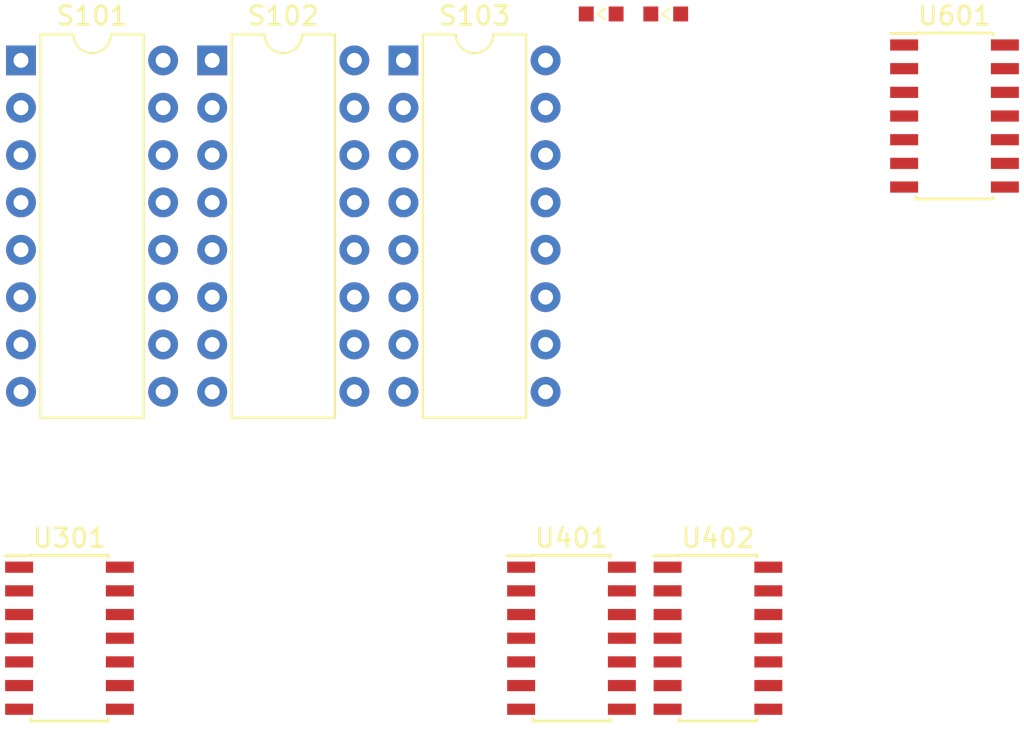
<source format=kicad_pcb>
(kicad_pcb (version 4) (host pcbnew 4.0.5+dfsg1-4)

  (general
    (links 40)
    (no_connects 40)
    (area 0 0 0 0)
    (thickness 1.6)
    (drawings 0)
    (tracks 0)
    (zones 0)
    (modules 9)
    (nets 20)
  )

  (page A4)
  (layers
    (0 F.Cu signal)
    (31 B.Cu signal)
    (32 B.Adhes user)
    (33 F.Adhes user)
    (34 B.Paste user)
    (35 F.Paste user)
    (36 B.SilkS user)
    (37 F.SilkS user)
    (38 B.Mask user)
    (39 F.Mask user)
    (40 Dwgs.User user)
    (41 Cmts.User user)
    (42 Eco1.User user)
    (43 Eco2.User user)
    (44 Edge.Cuts user)
    (45 Margin user)
    (46 B.CrtYd user)
    (47 F.CrtYd user)
    (48 B.Fab user)
    (49 F.Fab user)
  )

  (setup
    (last_trace_width 0.25)
    (trace_clearance 0.2)
    (zone_clearance 0.508)
    (zone_45_only no)
    (trace_min 0.2)
    (segment_width 0.2)
    (edge_width 0.1)
    (via_size 0.6)
    (via_drill 0.4)
    (via_min_size 0.4)
    (via_min_drill 0.3)
    (uvia_size 0.3)
    (uvia_drill 0.1)
    (uvias_allowed no)
    (uvia_min_size 0.2)
    (uvia_min_drill 0.1)
    (pcb_text_width 0.3)
    (pcb_text_size 1.5 1.5)
    (mod_edge_width 0.15)
    (mod_text_size 1 1)
    (mod_text_width 0.15)
    (pad_size 1.5 1.5)
    (pad_drill 0.6)
    (pad_to_mask_clearance 0)
    (aux_axis_origin 0 0)
    (visible_elements FFFFFF7F)
    (pcbplotparams
      (layerselection 0x00030_80000001)
      (usegerberextensions false)
      (excludeedgelayer true)
      (linewidth 0.100000)
      (plotframeref false)
      (viasonmask false)
      (mode 1)
      (useauxorigin false)
      (hpglpennumber 1)
      (hpglpenspeed 20)
      (hpglpendiameter 15)
      (hpglpenoverlay 2)
      (psnegative false)
      (psa4output false)
      (plotreference true)
      (plotvalue true)
      (plotinvisibletext false)
      (padsonsilk false)
      (subtractmaskfromsilk false)
      (outputformat 1)
      (mirror false)
      (drillshape 1)
      (scaleselection 1)
      (outputdirectory ""))
  )

  (net 0 "")
  (net 1 /K)
  (net 2 GND)
  (net 3 /S)
  (net 4 VCC)
  (net 5 /A1)
  (net 6 /A0)
  (net 7 /B1)
  (net 8 /B0)
  (net 9 /SUB)
  (net 10 /C0)
  (net 11 /bit0/bit0/adder/B)
  (net 12 /bit0/bit0/adder/AxorB)
  (net 13 /bit0/bit1/adder/B)
  (net 14 /bit0/bit0/adder/AxorBandC)
  (net 15 /bit0/bit0/adder/AandB)
  (net 16 /bit0/bit1/adder/AxorBandC)
  (net 17 /bit0/bit1/adder/AxorB)
  (net 18 /bit0/bit1/C_IN)
  (net 19 /bit0/bit1/adder/AandB)

  (net_class Default "This is the default net class."
    (clearance 0.2)
    (trace_width 0.25)
    (via_dia 0.6)
    (via_drill 0.4)
    (uvia_dia 0.3)
    (uvia_drill 0.1)
    (add_net /A0)
    (add_net /A1)
    (add_net /B0)
    (add_net /B1)
    (add_net /C0)
    (add_net /K)
    (add_net /S)
    (add_net /SUB)
    (add_net /bit0/bit0/adder/AandB)
    (add_net /bit0/bit0/adder/AxorB)
    (add_net /bit0/bit0/adder/AxorBandC)
    (add_net /bit0/bit0/adder/B)
    (add_net /bit0/bit1/C_IN)
    (add_net /bit0/bit1/adder/AandB)
    (add_net /bit0/bit1/adder/AxorB)
    (add_net /bit0/bit1/adder/AxorBandC)
    (add_net /bit0/bit1/adder/B)
    (add_net GND)
    (add_net VCC)
  )

  (module KwanSystems:D_0603 (layer F.Cu) (tedit 59096247) (tstamp 59710082)
    (at 212.815801 47.712601)
    (descr "LED 0603 smd package")
    (tags "LED led 0603 SMD smd SMT smt smdled SMDLED smtled SMTLED")
    (path /5970F37E)
    (attr smd)
    (fp_text reference D101 (at 1.2 -0.5) (layer F.Fab)
      (effects (font (size 0.2 0.2) (thickness 0.015)))
    )
    (fp_text value K (at 1.1 0.5) (layer F.Fab)
      (effects (font (size 0.2 0.2) (thickness 0.015)))
    )
    (fp_line (start -0.2 0) (end 0.2 -0.3) (layer F.SilkS) (width 0.1))
    (fp_line (start 0.2 0.3) (end -0.2 0) (layer F.SilkS) (width 0.1))
    (fp_line (start 0.8 0.4) (end -0.8 0.4) (layer F.Fab) (width 0.1))
    (fp_line (start 0.8 -0.4) (end 0.8 0.4) (layer F.Fab) (width 0.1))
    (fp_line (start -0.8 -0.4) (end 0.8 -0.4) (layer F.Fab) (width 0.1))
    (fp_line (start -0.8 0.4) (end -0.8 -0.4) (layer F.Fab) (width 0.1))
    (fp_line (start 1.45 -0.65) (end 1.45 0.65) (layer F.CrtYd) (width 0.05))
    (fp_line (start 1.45 0.65) (end -1.45 0.65) (layer F.CrtYd) (width 0.05))
    (fp_line (start -1.45 0.65) (end -1.45 -0.65) (layer F.CrtYd) (width 0.05))
    (fp_line (start -1.45 -0.65) (end 1.45 -0.65) (layer F.CrtYd) (width 0.05))
    (pad 2 smd rect (at 0.8 0 180) (size 0.8 0.8) (layers F.Cu F.Paste F.Mask)
      (net 1 /K))
    (pad 1 smd rect (at -0.8 0 180) (size 0.8 0.8) (layers F.Cu F.Paste F.Mask)
      (net 2 GND))
    (model LEDs.3dshapes/LED_0603.wrl
      (at (xyz 0 0 0))
      (scale (xyz 1 1 1))
      (rotate (xyz 0 0 180))
    )
  )

  (module KwanSystems:D_0603 (layer F.Cu) (tedit 59096247) (tstamp 59710092)
    (at 216.275801 47.712601)
    (descr "LED 0603 smd package")
    (tags "LED led 0603 SMD smd SMT smt smdled SMDLED smtled SMTLED")
    (path /5970F315)
    (attr smd)
    (fp_text reference D102 (at 1.2 -0.5) (layer F.Fab)
      (effects (font (size 0.2 0.2) (thickness 0.015)))
    )
    (fp_text value S (at 1.1 0.5) (layer F.Fab)
      (effects (font (size 0.2 0.2) (thickness 0.015)))
    )
    (fp_line (start -0.2 0) (end 0.2 -0.3) (layer F.SilkS) (width 0.1))
    (fp_line (start 0.2 0.3) (end -0.2 0) (layer F.SilkS) (width 0.1))
    (fp_line (start 0.8 0.4) (end -0.8 0.4) (layer F.Fab) (width 0.1))
    (fp_line (start 0.8 -0.4) (end 0.8 0.4) (layer F.Fab) (width 0.1))
    (fp_line (start -0.8 -0.4) (end 0.8 -0.4) (layer F.Fab) (width 0.1))
    (fp_line (start -0.8 0.4) (end -0.8 -0.4) (layer F.Fab) (width 0.1))
    (fp_line (start 1.45 -0.65) (end 1.45 0.65) (layer F.CrtYd) (width 0.05))
    (fp_line (start 1.45 0.65) (end -1.45 0.65) (layer F.CrtYd) (width 0.05))
    (fp_line (start -1.45 0.65) (end -1.45 -0.65) (layer F.CrtYd) (width 0.05))
    (fp_line (start -1.45 -0.65) (end 1.45 -0.65) (layer F.CrtYd) (width 0.05))
    (pad 2 smd rect (at 0.8 0 180) (size 0.8 0.8) (layers F.Cu F.Paste F.Mask)
      (net 3 /S))
    (pad 1 smd rect (at -0.8 0 180) (size 0.8 0.8) (layers F.Cu F.Paste F.Mask)
      (net 2 GND))
    (model LEDs.3dshapes/LED_0603.wrl
      (at (xyz 0 0 0))
      (scale (xyz 1 1 1))
      (rotate (xyz 0 0 180))
    )
  )

  (module Housings_DIP:DIP-16_W7.62mm (layer F.Cu) (tedit 58CC8E2D) (tstamp 597100B6)
    (at 181.715801 50.2026)
    (descr "16-lead dip package, row spacing 7.62 mm (300 mils)")
    (tags "DIL DIP PDIP 2.54mm 7.62mm 300mil")
    (path /5970FD98)
    (fp_text reference S101 (at 3.81 -2.39) (layer F.SilkS)
      (effects (font (size 1 1) (thickness 0.15)))
    )
    (fp_text value A (at 3.81 20.17) (layer F.Fab)
      (effects (font (size 1 1) (thickness 0.15)))
    )
    (fp_text user %R (at 3.81 8.89) (layer F.Fab)
      (effects (font (size 1 1) (thickness 0.15)))
    )
    (fp_line (start 1.635 -1.27) (end 6.985 -1.27) (layer F.Fab) (width 0.1))
    (fp_line (start 6.985 -1.27) (end 6.985 19.05) (layer F.Fab) (width 0.1))
    (fp_line (start 6.985 19.05) (end 0.635 19.05) (layer F.Fab) (width 0.1))
    (fp_line (start 0.635 19.05) (end 0.635 -0.27) (layer F.Fab) (width 0.1))
    (fp_line (start 0.635 -0.27) (end 1.635 -1.27) (layer F.Fab) (width 0.1))
    (fp_line (start 2.81 -1.39) (end 1.04 -1.39) (layer F.SilkS) (width 0.12))
    (fp_line (start 1.04 -1.39) (end 1.04 19.17) (layer F.SilkS) (width 0.12))
    (fp_line (start 1.04 19.17) (end 6.58 19.17) (layer F.SilkS) (width 0.12))
    (fp_line (start 6.58 19.17) (end 6.58 -1.39) (layer F.SilkS) (width 0.12))
    (fp_line (start 6.58 -1.39) (end 4.81 -1.39) (layer F.SilkS) (width 0.12))
    (fp_line (start -1.1 -1.6) (end -1.1 19.3) (layer F.CrtYd) (width 0.05))
    (fp_line (start -1.1 19.3) (end 8.7 19.3) (layer F.CrtYd) (width 0.05))
    (fp_line (start 8.7 19.3) (end 8.7 -1.6) (layer F.CrtYd) (width 0.05))
    (fp_line (start 8.7 -1.6) (end -1.1 -1.6) (layer F.CrtYd) (width 0.05))
    (fp_arc (start 3.81 -1.39) (end 2.81 -1.39) (angle -180) (layer F.SilkS) (width 0.12))
    (pad 1 thru_hole rect (at 0 0) (size 1.6 1.6) (drill 0.8) (layers *.Cu *.Mask)
      (net 4 VCC))
    (pad 9 thru_hole oval (at 7.62 17.78) (size 1.6 1.6) (drill 0.8) (layers *.Cu *.Mask))
    (pad 2 thru_hole oval (at 0 2.54) (size 1.6 1.6) (drill 0.8) (layers *.Cu *.Mask))
    (pad 10 thru_hole oval (at 7.62 15.24) (size 1.6 1.6) (drill 0.8) (layers *.Cu *.Mask))
    (pad 3 thru_hole oval (at 0 5.08) (size 1.6 1.6) (drill 0.8) (layers *.Cu *.Mask))
    (pad 11 thru_hole oval (at 7.62 12.7) (size 1.6 1.6) (drill 0.8) (layers *.Cu *.Mask))
    (pad 4 thru_hole oval (at 0 7.62) (size 1.6 1.6) (drill 0.8) (layers *.Cu *.Mask))
    (pad 12 thru_hole oval (at 7.62 10.16) (size 1.6 1.6) (drill 0.8) (layers *.Cu *.Mask))
    (pad 5 thru_hole oval (at 0 10.16) (size 1.6 1.6) (drill 0.8) (layers *.Cu *.Mask))
    (pad 13 thru_hole oval (at 7.62 7.62) (size 1.6 1.6) (drill 0.8) (layers *.Cu *.Mask))
    (pad 6 thru_hole oval (at 0 12.7) (size 1.6 1.6) (drill 0.8) (layers *.Cu *.Mask))
    (pad 14 thru_hole oval (at 7.62 5.08) (size 1.6 1.6) (drill 0.8) (layers *.Cu *.Mask))
    (pad 7 thru_hole oval (at 0 15.24) (size 1.6 1.6) (drill 0.8) (layers *.Cu *.Mask))
    (pad 15 thru_hole oval (at 7.62 2.54) (size 1.6 1.6) (drill 0.8) (layers *.Cu *.Mask)
      (net 5 /A1))
    (pad 8 thru_hole oval (at 0 17.78) (size 1.6 1.6) (drill 0.8) (layers *.Cu *.Mask)
      (net 2 GND))
    (pad 16 thru_hole oval (at 7.62 0) (size 1.6 1.6) (drill 0.8) (layers *.Cu *.Mask)
      (net 6 /A0))
    (model ${KISYS3DMOD}/Housings_DIP.3dshapes/DIP-16_W7.62mm.wrl
      (at (xyz 0 0 0))
      (scale (xyz 1 1 1))
      (rotate (xyz 0 0 0))
    )
  )

  (module Housings_DIP:DIP-16_W7.62mm (layer F.Cu) (tedit 58CC8E2D) (tstamp 597100DA)
    (at 191.965801 50.2026)
    (descr "16-lead dip package, row spacing 7.62 mm (300 mils)")
    (tags "DIL DIP PDIP 2.54mm 7.62mm 300mil")
    (path /59710157)
    (fp_text reference S102 (at 3.81 -2.39) (layer F.SilkS)
      (effects (font (size 1 1) (thickness 0.15)))
    )
    (fp_text value B (at 3.81 20.17) (layer F.Fab)
      (effects (font (size 1 1) (thickness 0.15)))
    )
    (fp_text user %R (at 3.81 8.89) (layer F.Fab)
      (effects (font (size 1 1) (thickness 0.15)))
    )
    (fp_line (start 1.635 -1.27) (end 6.985 -1.27) (layer F.Fab) (width 0.1))
    (fp_line (start 6.985 -1.27) (end 6.985 19.05) (layer F.Fab) (width 0.1))
    (fp_line (start 6.985 19.05) (end 0.635 19.05) (layer F.Fab) (width 0.1))
    (fp_line (start 0.635 19.05) (end 0.635 -0.27) (layer F.Fab) (width 0.1))
    (fp_line (start 0.635 -0.27) (end 1.635 -1.27) (layer F.Fab) (width 0.1))
    (fp_line (start 2.81 -1.39) (end 1.04 -1.39) (layer F.SilkS) (width 0.12))
    (fp_line (start 1.04 -1.39) (end 1.04 19.17) (layer F.SilkS) (width 0.12))
    (fp_line (start 1.04 19.17) (end 6.58 19.17) (layer F.SilkS) (width 0.12))
    (fp_line (start 6.58 19.17) (end 6.58 -1.39) (layer F.SilkS) (width 0.12))
    (fp_line (start 6.58 -1.39) (end 4.81 -1.39) (layer F.SilkS) (width 0.12))
    (fp_line (start -1.1 -1.6) (end -1.1 19.3) (layer F.CrtYd) (width 0.05))
    (fp_line (start -1.1 19.3) (end 8.7 19.3) (layer F.CrtYd) (width 0.05))
    (fp_line (start 8.7 19.3) (end 8.7 -1.6) (layer F.CrtYd) (width 0.05))
    (fp_line (start 8.7 -1.6) (end -1.1 -1.6) (layer F.CrtYd) (width 0.05))
    (fp_arc (start 3.81 -1.39) (end 2.81 -1.39) (angle -180) (layer F.SilkS) (width 0.12))
    (pad 1 thru_hole rect (at 0 0) (size 1.6 1.6) (drill 0.8) (layers *.Cu *.Mask)
      (net 4 VCC))
    (pad 9 thru_hole oval (at 7.62 17.78) (size 1.6 1.6) (drill 0.8) (layers *.Cu *.Mask))
    (pad 2 thru_hole oval (at 0 2.54) (size 1.6 1.6) (drill 0.8) (layers *.Cu *.Mask))
    (pad 10 thru_hole oval (at 7.62 15.24) (size 1.6 1.6) (drill 0.8) (layers *.Cu *.Mask))
    (pad 3 thru_hole oval (at 0 5.08) (size 1.6 1.6) (drill 0.8) (layers *.Cu *.Mask))
    (pad 11 thru_hole oval (at 7.62 12.7) (size 1.6 1.6) (drill 0.8) (layers *.Cu *.Mask))
    (pad 4 thru_hole oval (at 0 7.62) (size 1.6 1.6) (drill 0.8) (layers *.Cu *.Mask))
    (pad 12 thru_hole oval (at 7.62 10.16) (size 1.6 1.6) (drill 0.8) (layers *.Cu *.Mask))
    (pad 5 thru_hole oval (at 0 10.16) (size 1.6 1.6) (drill 0.8) (layers *.Cu *.Mask))
    (pad 13 thru_hole oval (at 7.62 7.62) (size 1.6 1.6) (drill 0.8) (layers *.Cu *.Mask))
    (pad 6 thru_hole oval (at 0 12.7) (size 1.6 1.6) (drill 0.8) (layers *.Cu *.Mask))
    (pad 14 thru_hole oval (at 7.62 5.08) (size 1.6 1.6) (drill 0.8) (layers *.Cu *.Mask))
    (pad 7 thru_hole oval (at 0 15.24) (size 1.6 1.6) (drill 0.8) (layers *.Cu *.Mask))
    (pad 15 thru_hole oval (at 7.62 2.54) (size 1.6 1.6) (drill 0.8) (layers *.Cu *.Mask)
      (net 7 /B1))
    (pad 8 thru_hole oval (at 0 17.78) (size 1.6 1.6) (drill 0.8) (layers *.Cu *.Mask)
      (net 2 GND))
    (pad 16 thru_hole oval (at 7.62 0) (size 1.6 1.6) (drill 0.8) (layers *.Cu *.Mask)
      (net 8 /B0))
    (model ${KISYS3DMOD}/Housings_DIP.3dshapes/DIP-16_W7.62mm.wrl
      (at (xyz 0 0 0))
      (scale (xyz 1 1 1))
      (rotate (xyz 0 0 0))
    )
  )

  (module Housings_DIP:DIP-16_W7.62mm (layer F.Cu) (tedit 58CC8E2D) (tstamp 597100FE)
    (at 202.215801 50.2026)
    (descr "16-lead dip package, row spacing 7.62 mm (300 mils)")
    (tags "DIL DIP PDIP 2.54mm 7.62mm 300mil")
    (path /59710E50)
    (fp_text reference S103 (at 3.81 -2.39) (layer F.SilkS)
      (effects (font (size 1 1) (thickness 0.15)))
    )
    (fp_text value C (at 3.81 20.17) (layer F.Fab)
      (effects (font (size 1 1) (thickness 0.15)))
    )
    (fp_text user %R (at 3.81 8.89) (layer F.Fab)
      (effects (font (size 1 1) (thickness 0.15)))
    )
    (fp_line (start 1.635 -1.27) (end 6.985 -1.27) (layer F.Fab) (width 0.1))
    (fp_line (start 6.985 -1.27) (end 6.985 19.05) (layer F.Fab) (width 0.1))
    (fp_line (start 6.985 19.05) (end 0.635 19.05) (layer F.Fab) (width 0.1))
    (fp_line (start 0.635 19.05) (end 0.635 -0.27) (layer F.Fab) (width 0.1))
    (fp_line (start 0.635 -0.27) (end 1.635 -1.27) (layer F.Fab) (width 0.1))
    (fp_line (start 2.81 -1.39) (end 1.04 -1.39) (layer F.SilkS) (width 0.12))
    (fp_line (start 1.04 -1.39) (end 1.04 19.17) (layer F.SilkS) (width 0.12))
    (fp_line (start 1.04 19.17) (end 6.58 19.17) (layer F.SilkS) (width 0.12))
    (fp_line (start 6.58 19.17) (end 6.58 -1.39) (layer F.SilkS) (width 0.12))
    (fp_line (start 6.58 -1.39) (end 4.81 -1.39) (layer F.SilkS) (width 0.12))
    (fp_line (start -1.1 -1.6) (end -1.1 19.3) (layer F.CrtYd) (width 0.05))
    (fp_line (start -1.1 19.3) (end 8.7 19.3) (layer F.CrtYd) (width 0.05))
    (fp_line (start 8.7 19.3) (end 8.7 -1.6) (layer F.CrtYd) (width 0.05))
    (fp_line (start 8.7 -1.6) (end -1.1 -1.6) (layer F.CrtYd) (width 0.05))
    (fp_arc (start 3.81 -1.39) (end 2.81 -1.39) (angle -180) (layer F.SilkS) (width 0.12))
    (pad 1 thru_hole rect (at 0 0) (size 1.6 1.6) (drill 0.8) (layers *.Cu *.Mask)
      (net 4 VCC))
    (pad 9 thru_hole oval (at 7.62 17.78) (size 1.6 1.6) (drill 0.8) (layers *.Cu *.Mask))
    (pad 2 thru_hole oval (at 0 2.54) (size 1.6 1.6) (drill 0.8) (layers *.Cu *.Mask))
    (pad 10 thru_hole oval (at 7.62 15.24) (size 1.6 1.6) (drill 0.8) (layers *.Cu *.Mask))
    (pad 3 thru_hole oval (at 0 5.08) (size 1.6 1.6) (drill 0.8) (layers *.Cu *.Mask))
    (pad 11 thru_hole oval (at 7.62 12.7) (size 1.6 1.6) (drill 0.8) (layers *.Cu *.Mask))
    (pad 4 thru_hole oval (at 0 7.62) (size 1.6 1.6) (drill 0.8) (layers *.Cu *.Mask))
    (pad 12 thru_hole oval (at 7.62 10.16) (size 1.6 1.6) (drill 0.8) (layers *.Cu *.Mask))
    (pad 5 thru_hole oval (at 0 10.16) (size 1.6 1.6) (drill 0.8) (layers *.Cu *.Mask))
    (pad 13 thru_hole oval (at 7.62 7.62) (size 1.6 1.6) (drill 0.8) (layers *.Cu *.Mask))
    (pad 6 thru_hole oval (at 0 12.7) (size 1.6 1.6) (drill 0.8) (layers *.Cu *.Mask))
    (pad 14 thru_hole oval (at 7.62 5.08) (size 1.6 1.6) (drill 0.8) (layers *.Cu *.Mask))
    (pad 7 thru_hole oval (at 0 15.24) (size 1.6 1.6) (drill 0.8) (layers *.Cu *.Mask))
    (pad 15 thru_hole oval (at 7.62 2.54) (size 1.6 1.6) (drill 0.8) (layers *.Cu *.Mask)
      (net 9 /SUB))
    (pad 8 thru_hole oval (at 0 17.78) (size 1.6 1.6) (drill 0.8) (layers *.Cu *.Mask)
      (net 2 GND))
    (pad 16 thru_hole oval (at 7.62 0) (size 1.6 1.6) (drill 0.8) (layers *.Cu *.Mask)
      (net 10 /C0))
    (model ${KISYS3DMOD}/Housings_DIP.3dshapes/DIP-16_W7.62mm.wrl
      (at (xyz 0 0 0))
      (scale (xyz 1 1 1))
      (rotate (xyz 0 0 0))
    )
  )

  (module Housings_SOIC:SOIC-14_3.9x8.7mm_Pitch1.27mm (layer F.Cu) (tedit 58CC8F64) (tstamp 59710121)
    (at 184.315801 81.1976)
    (descr "14-Lead Plastic Small Outline (SL) - Narrow, 3.90 mm Body [SOIC] (see Microchip Packaging Specification 00000049BS.pdf)")
    (tags "SOIC 1.27")
    (path /596E3F12/59691506/5970EE45)
    (attr smd)
    (fp_text reference U301 (at 0 -5.375) (layer F.SilkS)
      (effects (font (size 1 1) (thickness 0.15)))
    )
    (fp_text value 74LS86 (at 0 5.375) (layer F.Fab)
      (effects (font (size 1 1) (thickness 0.15)))
    )
    (fp_text user %R (at 0 0) (layer F.Fab)
      (effects (font (size 0.9 0.9) (thickness 0.135)))
    )
    (fp_line (start -0.95 -4.35) (end 1.95 -4.35) (layer F.Fab) (width 0.15))
    (fp_line (start 1.95 -4.35) (end 1.95 4.35) (layer F.Fab) (width 0.15))
    (fp_line (start 1.95 4.35) (end -1.95 4.35) (layer F.Fab) (width 0.15))
    (fp_line (start -1.95 4.35) (end -1.95 -3.35) (layer F.Fab) (width 0.15))
    (fp_line (start -1.95 -3.35) (end -0.95 -4.35) (layer F.Fab) (width 0.15))
    (fp_line (start -3.7 -4.65) (end -3.7 4.65) (layer F.CrtYd) (width 0.05))
    (fp_line (start 3.7 -4.65) (end 3.7 4.65) (layer F.CrtYd) (width 0.05))
    (fp_line (start -3.7 -4.65) (end 3.7 -4.65) (layer F.CrtYd) (width 0.05))
    (fp_line (start -3.7 4.65) (end 3.7 4.65) (layer F.CrtYd) (width 0.05))
    (fp_line (start -2.075 -4.45) (end -2.075 -4.425) (layer F.SilkS) (width 0.15))
    (fp_line (start 2.075 -4.45) (end 2.075 -4.335) (layer F.SilkS) (width 0.15))
    (fp_line (start 2.075 4.45) (end 2.075 4.335) (layer F.SilkS) (width 0.15))
    (fp_line (start -2.075 4.45) (end -2.075 4.335) (layer F.SilkS) (width 0.15))
    (fp_line (start -2.075 -4.45) (end 2.075 -4.45) (layer F.SilkS) (width 0.15))
    (fp_line (start -2.075 4.45) (end 2.075 4.45) (layer F.SilkS) (width 0.15))
    (fp_line (start -2.075 -4.425) (end -3.45 -4.425) (layer F.SilkS) (width 0.15))
    (pad 1 smd rect (at -2.7 -3.81) (size 1.5 0.6) (layers F.Cu F.Paste F.Mask)
      (net 9 /SUB))
    (pad 2 smd rect (at -2.7 -2.54) (size 1.5 0.6) (layers F.Cu F.Paste F.Mask)
      (net 8 /B0))
    (pad 3 smd rect (at -2.7 -1.27) (size 1.5 0.6) (layers F.Cu F.Paste F.Mask)
      (net 11 /bit0/bit0/adder/B))
    (pad 4 smd rect (at -2.7 0) (size 1.5 0.6) (layers F.Cu F.Paste F.Mask)
      (net 6 /A0))
    (pad 5 smd rect (at -2.7 1.27) (size 1.5 0.6) (layers F.Cu F.Paste F.Mask)
      (net 11 /bit0/bit0/adder/B))
    (pad 6 smd rect (at -2.7 2.54) (size 1.5 0.6) (layers F.Cu F.Paste F.Mask)
      (net 12 /bit0/bit0/adder/AxorB))
    (pad 7 smd rect (at -2.7 3.81) (size 1.5 0.6) (layers F.Cu F.Paste F.Mask)
      (net 2 GND))
    (pad 8 smd rect (at 2.7 3.81) (size 1.5 0.6) (layers F.Cu F.Paste F.Mask)
      (net 3 /S))
    (pad 9 smd rect (at 2.7 2.54) (size 1.5 0.6) (layers F.Cu F.Paste F.Mask)
      (net 12 /bit0/bit0/adder/AxorB))
    (pad 10 smd rect (at 2.7 1.27) (size 1.5 0.6) (layers F.Cu F.Paste F.Mask)
      (net 10 /C0))
    (pad 11 smd rect (at 2.7 0) (size 1.5 0.6) (layers F.Cu F.Paste F.Mask)
      (net 13 /bit0/bit1/adder/B))
    (pad 12 smd rect (at 2.7 -1.27) (size 1.5 0.6) (layers F.Cu F.Paste F.Mask)
      (net 9 /SUB))
    (pad 13 smd rect (at 2.7 -2.54) (size 1.5 0.6) (layers F.Cu F.Paste F.Mask)
      (net 7 /B1))
    (pad 14 smd rect (at 2.7 -3.81) (size 1.5 0.6) (layers F.Cu F.Paste F.Mask)
      (net 4 VCC))
    (model Housings_SOIC.3dshapes/SOIC-14_3.9x8.7mm_Pitch1.27mm.wrl
      (at (xyz 0 0 0))
      (scale (xyz 1 1 1))
      (rotate (xyz 0 0 0))
    )
  )

  (module Housings_SOIC:SOIC-14_3.9x8.7mm_Pitch1.27mm (layer F.Cu) (tedit 58CC8F64) (tstamp 59710144)
    (at 211.225801 81.1976)
    (descr "14-Lead Plastic Small Outline (SL) - Narrow, 3.90 mm Body [SOIC] (see Microchip Packaging Specification 00000049BS.pdf)")
    (tags "SOIC 1.27")
    (path /596E3F12/59691506/596FACCF/5970EFEA)
    (attr smd)
    (fp_text reference U401 (at 0 -5.375) (layer F.SilkS)
      (effects (font (size 1 1) (thickness 0.15)))
    )
    (fp_text value 74LS08 (at 0 5.375) (layer F.Fab)
      (effects (font (size 1 1) (thickness 0.15)))
    )
    (fp_text user %R (at 0 0) (layer F.Fab)
      (effects (font (size 0.9 0.9) (thickness 0.135)))
    )
    (fp_line (start -0.95 -4.35) (end 1.95 -4.35) (layer F.Fab) (width 0.15))
    (fp_line (start 1.95 -4.35) (end 1.95 4.35) (layer F.Fab) (width 0.15))
    (fp_line (start 1.95 4.35) (end -1.95 4.35) (layer F.Fab) (width 0.15))
    (fp_line (start -1.95 4.35) (end -1.95 -3.35) (layer F.Fab) (width 0.15))
    (fp_line (start -1.95 -3.35) (end -0.95 -4.35) (layer F.Fab) (width 0.15))
    (fp_line (start -3.7 -4.65) (end -3.7 4.65) (layer F.CrtYd) (width 0.05))
    (fp_line (start 3.7 -4.65) (end 3.7 4.65) (layer F.CrtYd) (width 0.05))
    (fp_line (start -3.7 -4.65) (end 3.7 -4.65) (layer F.CrtYd) (width 0.05))
    (fp_line (start -3.7 4.65) (end 3.7 4.65) (layer F.CrtYd) (width 0.05))
    (fp_line (start -2.075 -4.45) (end -2.075 -4.425) (layer F.SilkS) (width 0.15))
    (fp_line (start 2.075 -4.45) (end 2.075 -4.335) (layer F.SilkS) (width 0.15))
    (fp_line (start 2.075 4.45) (end 2.075 4.335) (layer F.SilkS) (width 0.15))
    (fp_line (start -2.075 4.45) (end -2.075 4.335) (layer F.SilkS) (width 0.15))
    (fp_line (start -2.075 -4.45) (end 2.075 -4.45) (layer F.SilkS) (width 0.15))
    (fp_line (start -2.075 4.45) (end 2.075 4.45) (layer F.SilkS) (width 0.15))
    (fp_line (start -2.075 -4.425) (end -3.45 -4.425) (layer F.SilkS) (width 0.15))
    (pad 1 smd rect (at -2.7 -3.81) (size 1.5 0.6) (layers F.Cu F.Paste F.Mask)
      (net 12 /bit0/bit0/adder/AxorB))
    (pad 2 smd rect (at -2.7 -2.54) (size 1.5 0.6) (layers F.Cu F.Paste F.Mask)
      (net 10 /C0))
    (pad 3 smd rect (at -2.7 -1.27) (size 1.5 0.6) (layers F.Cu F.Paste F.Mask)
      (net 14 /bit0/bit0/adder/AxorBandC))
    (pad 4 smd rect (at -2.7 0) (size 1.5 0.6) (layers F.Cu F.Paste F.Mask)
      (net 6 /A0))
    (pad 5 smd rect (at -2.7 1.27) (size 1.5 0.6) (layers F.Cu F.Paste F.Mask)
      (net 11 /bit0/bit0/adder/B))
    (pad 6 smd rect (at -2.7 2.54) (size 1.5 0.6) (layers F.Cu F.Paste F.Mask)
      (net 15 /bit0/bit0/adder/AandB))
    (pad 7 smd rect (at -2.7 3.81) (size 1.5 0.6) (layers F.Cu F.Paste F.Mask)
      (net 2 GND))
    (pad 8 smd rect (at 2.7 3.81) (size 1.5 0.6) (layers F.Cu F.Paste F.Mask)
      (net 16 /bit0/bit1/adder/AxorBandC))
    (pad 9 smd rect (at 2.7 2.54) (size 1.5 0.6) (layers F.Cu F.Paste F.Mask)
      (net 17 /bit0/bit1/adder/AxorB))
    (pad 10 smd rect (at 2.7 1.27) (size 1.5 0.6) (layers F.Cu F.Paste F.Mask)
      (net 18 /bit0/bit1/C_IN))
    (pad 11 smd rect (at 2.7 0) (size 1.5 0.6) (layers F.Cu F.Paste F.Mask)
      (net 19 /bit0/bit1/adder/AandB))
    (pad 12 smd rect (at 2.7 -1.27) (size 1.5 0.6) (layers F.Cu F.Paste F.Mask)
      (net 5 /A1))
    (pad 13 smd rect (at 2.7 -2.54) (size 1.5 0.6) (layers F.Cu F.Paste F.Mask)
      (net 13 /bit0/bit1/adder/B))
    (pad 14 smd rect (at 2.7 -3.81) (size 1.5 0.6) (layers F.Cu F.Paste F.Mask)
      (net 4 VCC))
    (model Housings_SOIC.3dshapes/SOIC-14_3.9x8.7mm_Pitch1.27mm.wrl
      (at (xyz 0 0 0))
      (scale (xyz 1 1 1))
      (rotate (xyz 0 0 0))
    )
  )

  (module Housings_SOIC:SOIC-14_3.9x8.7mm_Pitch1.27mm (layer F.Cu) (tedit 58CC8F64) (tstamp 59710167)
    (at 219.075801 81.1976)
    (descr "14-Lead Plastic Small Outline (SL) - Narrow, 3.90 mm Body [SOIC] (see Microchip Packaging Specification 00000049BS.pdf)")
    (tags "SOIC 1.27")
    (path /596E3F12/59691506/596FACCF/5970F122)
    (attr smd)
    (fp_text reference U402 (at 0 -5.375) (layer F.SilkS)
      (effects (font (size 1 1) (thickness 0.15)))
    )
    (fp_text value 74LS32 (at 0 5.375) (layer F.Fab)
      (effects (font (size 1 1) (thickness 0.15)))
    )
    (fp_text user %R (at 0 0) (layer F.Fab)
      (effects (font (size 0.9 0.9) (thickness 0.135)))
    )
    (fp_line (start -0.95 -4.35) (end 1.95 -4.35) (layer F.Fab) (width 0.15))
    (fp_line (start 1.95 -4.35) (end 1.95 4.35) (layer F.Fab) (width 0.15))
    (fp_line (start 1.95 4.35) (end -1.95 4.35) (layer F.Fab) (width 0.15))
    (fp_line (start -1.95 4.35) (end -1.95 -3.35) (layer F.Fab) (width 0.15))
    (fp_line (start -1.95 -3.35) (end -0.95 -4.35) (layer F.Fab) (width 0.15))
    (fp_line (start -3.7 -4.65) (end -3.7 4.65) (layer F.CrtYd) (width 0.05))
    (fp_line (start 3.7 -4.65) (end 3.7 4.65) (layer F.CrtYd) (width 0.05))
    (fp_line (start -3.7 -4.65) (end 3.7 -4.65) (layer F.CrtYd) (width 0.05))
    (fp_line (start -3.7 4.65) (end 3.7 4.65) (layer F.CrtYd) (width 0.05))
    (fp_line (start -2.075 -4.45) (end -2.075 -4.425) (layer F.SilkS) (width 0.15))
    (fp_line (start 2.075 -4.45) (end 2.075 -4.335) (layer F.SilkS) (width 0.15))
    (fp_line (start 2.075 4.45) (end 2.075 4.335) (layer F.SilkS) (width 0.15))
    (fp_line (start -2.075 4.45) (end -2.075 4.335) (layer F.SilkS) (width 0.15))
    (fp_line (start -2.075 -4.45) (end 2.075 -4.45) (layer F.SilkS) (width 0.15))
    (fp_line (start -2.075 4.45) (end 2.075 4.45) (layer F.SilkS) (width 0.15))
    (fp_line (start -2.075 -4.425) (end -3.45 -4.425) (layer F.SilkS) (width 0.15))
    (pad 1 smd rect (at -2.7 -3.81) (size 1.5 0.6) (layers F.Cu F.Paste F.Mask)
      (net 14 /bit0/bit0/adder/AxorBandC))
    (pad 2 smd rect (at -2.7 -2.54) (size 1.5 0.6) (layers F.Cu F.Paste F.Mask)
      (net 15 /bit0/bit0/adder/AandB))
    (pad 3 smd rect (at -2.7 -1.27) (size 1.5 0.6) (layers F.Cu F.Paste F.Mask)
      (net 18 /bit0/bit1/C_IN))
    (pad 4 smd rect (at -2.7 0) (size 1.5 0.6) (layers F.Cu F.Paste F.Mask)
      (net 16 /bit0/bit1/adder/AxorBandC))
    (pad 5 smd rect (at -2.7 1.27) (size 1.5 0.6) (layers F.Cu F.Paste F.Mask)
      (net 19 /bit0/bit1/adder/AandB))
    (pad 6 smd rect (at -2.7 2.54) (size 1.5 0.6) (layers F.Cu F.Paste F.Mask)
      (net 1 /K))
    (pad 7 smd rect (at -2.7 3.81) (size 1.5 0.6) (layers F.Cu F.Paste F.Mask)
      (net 2 GND))
    (pad 8 smd rect (at 2.7 3.81) (size 1.5 0.6) (layers F.Cu F.Paste F.Mask))
    (pad 9 smd rect (at 2.7 2.54) (size 1.5 0.6) (layers F.Cu F.Paste F.Mask))
    (pad 10 smd rect (at 2.7 1.27) (size 1.5 0.6) (layers F.Cu F.Paste F.Mask))
    (pad 11 smd rect (at 2.7 0) (size 1.5 0.6) (layers F.Cu F.Paste F.Mask))
    (pad 12 smd rect (at 2.7 -1.27) (size 1.5 0.6) (layers F.Cu F.Paste F.Mask))
    (pad 13 smd rect (at 2.7 -2.54) (size 1.5 0.6) (layers F.Cu F.Paste F.Mask))
    (pad 14 smd rect (at 2.7 -3.81) (size 1.5 0.6) (layers F.Cu F.Paste F.Mask)
      (net 4 VCC))
    (model Housings_SOIC.3dshapes/SOIC-14_3.9x8.7mm_Pitch1.27mm.wrl
      (at (xyz 0 0 0))
      (scale (xyz 1 1 1))
      (rotate (xyz 0 0 0))
    )
  )

  (module Housings_SOIC:SOIC-14_3.9x8.7mm_Pitch1.27mm (layer F.Cu) (tedit 58CC8F64) (tstamp 5971018A)
    (at 231.755801 53.1876)
    (descr "14-Lead Plastic Small Outline (SL) - Narrow, 3.90 mm Body [SOIC] (see Microchip Packaging Specification 00000049BS.pdf)")
    (tags "SOIC 1.27")
    (path /596E3F12/596919C0/596FACCF/5970ED22)
    (attr smd)
    (fp_text reference U601 (at 0 -5.375) (layer F.SilkS)
      (effects (font (size 1 1) (thickness 0.15)))
    )
    (fp_text value 74LS86 (at 0 5.375) (layer F.Fab)
      (effects (font (size 1 1) (thickness 0.15)))
    )
    (fp_text user %R (at 0 0) (layer F.Fab)
      (effects (font (size 0.9 0.9) (thickness 0.135)))
    )
    (fp_line (start -0.95 -4.35) (end 1.95 -4.35) (layer F.Fab) (width 0.15))
    (fp_line (start 1.95 -4.35) (end 1.95 4.35) (layer F.Fab) (width 0.15))
    (fp_line (start 1.95 4.35) (end -1.95 4.35) (layer F.Fab) (width 0.15))
    (fp_line (start -1.95 4.35) (end -1.95 -3.35) (layer F.Fab) (width 0.15))
    (fp_line (start -1.95 -3.35) (end -0.95 -4.35) (layer F.Fab) (width 0.15))
    (fp_line (start -3.7 -4.65) (end -3.7 4.65) (layer F.CrtYd) (width 0.05))
    (fp_line (start 3.7 -4.65) (end 3.7 4.65) (layer F.CrtYd) (width 0.05))
    (fp_line (start -3.7 -4.65) (end 3.7 -4.65) (layer F.CrtYd) (width 0.05))
    (fp_line (start -3.7 4.65) (end 3.7 4.65) (layer F.CrtYd) (width 0.05))
    (fp_line (start -2.075 -4.45) (end -2.075 -4.425) (layer F.SilkS) (width 0.15))
    (fp_line (start 2.075 -4.45) (end 2.075 -4.335) (layer F.SilkS) (width 0.15))
    (fp_line (start 2.075 4.45) (end 2.075 4.335) (layer F.SilkS) (width 0.15))
    (fp_line (start -2.075 4.45) (end -2.075 4.335) (layer F.SilkS) (width 0.15))
    (fp_line (start -2.075 -4.45) (end 2.075 -4.45) (layer F.SilkS) (width 0.15))
    (fp_line (start -2.075 4.45) (end 2.075 4.45) (layer F.SilkS) (width 0.15))
    (fp_line (start -2.075 -4.425) (end -3.45 -4.425) (layer F.SilkS) (width 0.15))
    (pad 1 smd rect (at -2.7 -3.81) (size 1.5 0.6) (layers F.Cu F.Paste F.Mask)
      (net 5 /A1))
    (pad 2 smd rect (at -2.7 -2.54) (size 1.5 0.6) (layers F.Cu F.Paste F.Mask)
      (net 13 /bit0/bit1/adder/B))
    (pad 3 smd rect (at -2.7 -1.27) (size 1.5 0.6) (layers F.Cu F.Paste F.Mask)
      (net 17 /bit0/bit1/adder/AxorB))
    (pad 4 smd rect (at -2.7 0) (size 1.5 0.6) (layers F.Cu F.Paste F.Mask)
      (net 17 /bit0/bit1/adder/AxorB))
    (pad 5 smd rect (at -2.7 1.27) (size 1.5 0.6) (layers F.Cu F.Paste F.Mask)
      (net 18 /bit0/bit1/C_IN))
    (pad 6 smd rect (at -2.7 2.54) (size 1.5 0.6) (layers F.Cu F.Paste F.Mask))
    (pad 7 smd rect (at -2.7 3.81) (size 1.5 0.6) (layers F.Cu F.Paste F.Mask)
      (net 2 GND))
    (pad 8 smd rect (at 2.7 3.81) (size 1.5 0.6) (layers F.Cu F.Paste F.Mask))
    (pad 9 smd rect (at 2.7 2.54) (size 1.5 0.6) (layers F.Cu F.Paste F.Mask))
    (pad 10 smd rect (at 2.7 1.27) (size 1.5 0.6) (layers F.Cu F.Paste F.Mask))
    (pad 11 smd rect (at 2.7 0) (size 1.5 0.6) (layers F.Cu F.Paste F.Mask))
    (pad 12 smd rect (at 2.7 -1.27) (size 1.5 0.6) (layers F.Cu F.Paste F.Mask))
    (pad 13 smd rect (at 2.7 -2.54) (size 1.5 0.6) (layers F.Cu F.Paste F.Mask))
    (pad 14 smd rect (at 2.7 -3.81) (size 1.5 0.6) (layers F.Cu F.Paste F.Mask)
      (net 4 VCC))
    (model Housings_SOIC.3dshapes/SOIC-14_3.9x8.7mm_Pitch1.27mm.wrl
      (at (xyz 0 0 0))
      (scale (xyz 1 1 1))
      (rotate (xyz 0 0 0))
    )
  )

)

</source>
